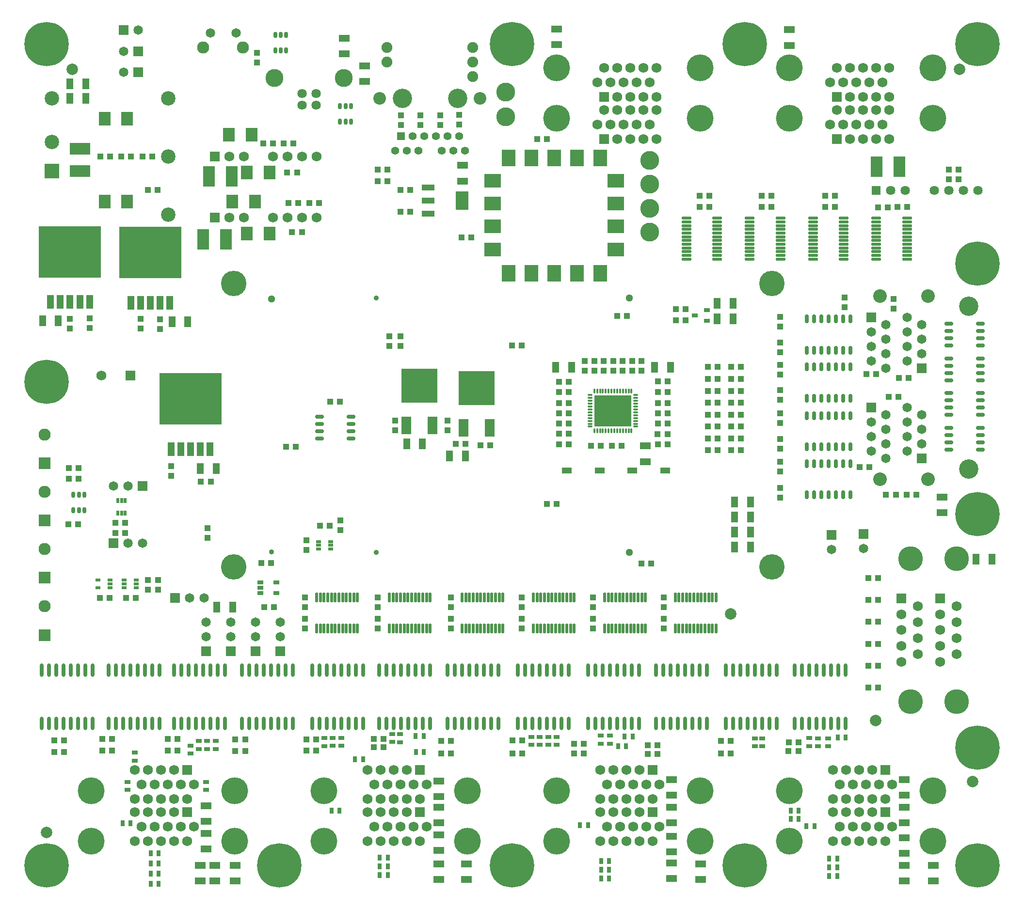
<source format=gbs>
G04*
G04 #@! TF.GenerationSoftware,Altium Limited,Altium Designer,21.1.1 (26)*
G04*
G04 Layer_Color=16711935*
%FSLAX25Y25*%
%MOIN*%
G70*
G04*
G04 #@! TF.SameCoordinates,6EF8526F-0482-4719-AD29-3D8887788FD4*
G04*
G04*
G04 #@! TF.FilePolarity,Negative*
G04*
G01*
G75*
%ADD46R,0.04240X0.04240*%
%ADD47R,0.04240X0.04240*%
%ADD48O,0.06799X0.02075*%
%ADD53O,0.02075X0.06799*%
%ADD56R,0.03543X0.01968*%
%ADD59R,0.07193X0.05028*%
%ADD60O,0.02862X0.06209*%
%ADD61R,0.04437X0.02862*%
%ADD64C,0.07874*%
%ADD66R,0.08000X0.14000*%
%ADD67C,0.03500*%
%ADD68C,0.30500*%
%ADD69R,0.06500X0.06500*%
%ADD70C,0.06500*%
%ADD71C,0.13295*%
%ADD72C,0.09358*%
%ADD73R,0.06500X0.06500*%
%ADD74C,0.12311*%
%ADD75C,0.06406*%
%ADD76C,0.06900*%
%ADD77R,0.06900X0.06900*%
%ADD78C,0.18500*%
%ADD79R,0.06406X0.06406*%
%ADD80C,0.07500*%
%ADD81R,0.05500X0.05500*%
%ADD82C,0.05500*%
%ADD83C,0.08700*%
%ADD84R,0.09949X0.09949*%
%ADD85C,0.09949*%
%ADD86C,0.06799*%
%ADD87R,0.06799X0.06799*%
%ADD88C,0.08374*%
%ADD89C,0.17500*%
%ADD90C,0.05098*%
%ADD91R,0.06799X0.06799*%
%ADD92C,0.17035*%
%ADD93R,0.08374X0.08374*%
%ADD154O,0.02862X0.04437*%
%ADD155R,0.08965X0.04043*%
%ADD156R,0.08965X0.13098*%
%ADD157R,0.06799X0.04437*%
%ADD158R,0.03847X0.02862*%
%ADD159R,0.05028X0.07193*%
%ADD160O,0.02862X0.09161*%
%ADD161O,0.01378X0.03543*%
%ADD162O,0.03543X0.01378*%
%ADD163R,0.25591X0.21260*%
%ADD164R,0.01968X0.03543*%
%ADD165C,0.13000*%
%ADD166R,0.02862X0.03847*%
%ADD167R,0.03847X0.02862*%
%ADD168R,0.11524X0.09555*%
%ADD169R,0.09555X0.11524*%
%ADD170R,0.08000X0.09500*%
%ADD171R,0.06799X0.12311*%
%ADD172R,0.24910X0.23335*%
%ADD173R,0.14000X0.08000*%
%ADD174O,0.06209X0.02862*%
%ADD175R,0.42500X0.35500*%
%ADD176R,0.04700X0.09500*%
D46*
X187153Y582000D02*
D03*
X193846D02*
D03*
X160846Y301500D02*
D03*
X154154D02*
D03*
X178847D02*
D03*
X172153D02*
D03*
X351847Y596000D02*
D03*
X345153D02*
D03*
X556847Y492500D02*
D03*
X550153D02*
D03*
X556847Y500000D02*
D03*
X550153D02*
D03*
X710235Y452761D02*
D03*
X703543D02*
D03*
X681153Y455332D02*
D03*
X687847D02*
D03*
X696427Y439745D02*
D03*
X703120D02*
D03*
X683162Y391220D02*
D03*
X676469D02*
D03*
X701343Y372363D02*
D03*
X694651D02*
D03*
X708653D02*
D03*
X715346D02*
D03*
X537648Y414096D02*
D03*
X544341D02*
D03*
X537653Y421500D02*
D03*
X544347D02*
D03*
Y443000D02*
D03*
X537653D02*
D03*
Y450500D02*
D03*
X544347D02*
D03*
X537653Y428500D02*
D03*
X544347D02*
D03*
X537653Y407000D02*
D03*
X544347D02*
D03*
X537653Y435500D02*
D03*
X544347D02*
D03*
X594879Y402976D02*
D03*
X588187D02*
D03*
X594879Y411151D02*
D03*
X588187D02*
D03*
X594879Y419325D02*
D03*
X588187D02*
D03*
X594879Y427500D02*
D03*
X588187D02*
D03*
X594879Y435675D02*
D03*
X588187D02*
D03*
X594879Y443850D02*
D03*
X588187D02*
D03*
X594879Y452024D02*
D03*
X588187D02*
D03*
X594879Y460199D02*
D03*
X588187D02*
D03*
X572121Y402976D02*
D03*
X578814D02*
D03*
X572121Y411151D02*
D03*
X578814D02*
D03*
X572121Y419325D02*
D03*
X578814D02*
D03*
X572121Y427500D02*
D03*
X578814D02*
D03*
X572121Y435675D02*
D03*
X578814D02*
D03*
X572121Y443850D02*
D03*
X578814D02*
D03*
X572121Y452024D02*
D03*
X578814D02*
D03*
X572121Y460199D02*
D03*
X578814D02*
D03*
X498401Y405900D02*
D03*
X491709D02*
D03*
X506153Y406000D02*
D03*
X512847D02*
D03*
X469661Y406900D02*
D03*
X476354D02*
D03*
X469654Y414500D02*
D03*
X476346D02*
D03*
X469654Y421500D02*
D03*
X476346D02*
D03*
X469654Y428500D02*
D03*
X476346D02*
D03*
X469654Y435500D02*
D03*
X476346D02*
D03*
X469661Y442880D02*
D03*
X476354D02*
D03*
X469661Y450076D02*
D03*
X476354D02*
D03*
X164654Y353000D02*
D03*
X171346D02*
D03*
Y346000D02*
D03*
X164654D02*
D03*
X682461Y284928D02*
D03*
X689153D02*
D03*
X682461Y269857D02*
D03*
X689153D02*
D03*
X609154Y578000D02*
D03*
X615846D02*
D03*
X566468Y570500D02*
D03*
X573161D02*
D03*
X615846D02*
D03*
X609154D02*
D03*
X709048Y570205D02*
D03*
X702355D02*
D03*
X689032Y570076D02*
D03*
X695725D02*
D03*
X652853Y578000D02*
D03*
X659547D02*
D03*
X573161D02*
D03*
X566468D02*
D03*
X659547Y570500D02*
D03*
X652853D02*
D03*
X345153Y588000D02*
D03*
X351847D02*
D03*
X461346Y617000D02*
D03*
X454654D02*
D03*
X402654Y549500D02*
D03*
X409346D02*
D03*
X744347Y596000D02*
D03*
X737653D02*
D03*
X744347Y589500D02*
D03*
X737653D02*
D03*
X634329Y195870D02*
D03*
X627636D02*
D03*
X304837Y572890D02*
D03*
X298144D02*
D03*
X415654Y406390D02*
D03*
X422346D02*
D03*
X398654Y407500D02*
D03*
X405346D02*
D03*
X183441Y605100D02*
D03*
X190134D02*
D03*
X168826D02*
D03*
X175519D02*
D03*
X154326D02*
D03*
X161019D02*
D03*
X280474Y614000D02*
D03*
X287167D02*
D03*
X266504D02*
D03*
X273197D02*
D03*
X283757Y572890D02*
D03*
X290450D02*
D03*
X689153Y239713D02*
D03*
X682461D02*
D03*
X689153Y254785D02*
D03*
X682461D02*
D03*
X689153Y300000D02*
D03*
X682461D02*
D03*
X689153Y315072D02*
D03*
X682461D02*
D03*
X132653Y383500D02*
D03*
X139347D02*
D03*
X132567Y352000D02*
D03*
X139260D02*
D03*
X312619Y436500D02*
D03*
X319312D02*
D03*
X444097Y474988D02*
D03*
X437403D02*
D03*
X526620Y325000D02*
D03*
X533313D02*
D03*
X509654Y495500D02*
D03*
X516347D02*
D03*
X468298Y366000D02*
D03*
X461605D02*
D03*
X282154Y405500D02*
D03*
X288846D02*
D03*
X155654Y196500D02*
D03*
X162346D02*
D03*
X247294Y196000D02*
D03*
X253987D02*
D03*
X342472Y198786D02*
D03*
X349165D02*
D03*
X437653Y194500D02*
D03*
X444347D02*
D03*
X530873Y194000D02*
D03*
X537566D02*
D03*
X155654Y204500D02*
D03*
X162346D02*
D03*
X247294Y204000D02*
D03*
X253987D02*
D03*
X342472Y204500D02*
D03*
X349165D02*
D03*
X437653Y203500D02*
D03*
X444347D02*
D03*
X530873Y200130D02*
D03*
X537566D02*
D03*
X627654Y202000D02*
D03*
X634346D02*
D03*
X129347Y195500D02*
D03*
X122653D02*
D03*
X200654Y196500D02*
D03*
X207347D02*
D03*
X295999D02*
D03*
X302692D02*
D03*
X388913Y194500D02*
D03*
X395605D02*
D03*
X480224Y194502D02*
D03*
X486916D02*
D03*
X581153Y194500D02*
D03*
X587847D02*
D03*
X129347Y203500D02*
D03*
X122653D02*
D03*
X200654Y204500D02*
D03*
X207347D02*
D03*
X295999Y204000D02*
D03*
X302692D02*
D03*
X388913Y203000D02*
D03*
X395605D02*
D03*
X480224Y201173D02*
D03*
X486916D02*
D03*
X581153Y203000D02*
D03*
X587847D02*
D03*
X360653Y567161D02*
D03*
X367347D02*
D03*
X360653Y582161D02*
D03*
X367347D02*
D03*
X267122Y294937D02*
D03*
X273815D02*
D03*
X271847Y325500D02*
D03*
X265154D02*
D03*
X230335Y381500D02*
D03*
X223642D02*
D03*
X282970Y594000D02*
D03*
X289663D02*
D03*
X305336Y351111D02*
D03*
X312029D02*
D03*
X286316Y553000D02*
D03*
X293009D02*
D03*
X132653Y390750D02*
D03*
X139347D02*
D03*
D47*
X353000Y481347D02*
D03*
Y474653D02*
D03*
X262000Y669654D02*
D03*
Y676346D02*
D03*
X194000Y313846D02*
D03*
Y307154D02*
D03*
X187000Y313846D02*
D03*
Y307154D02*
D03*
X621665Y454950D02*
D03*
Y461643D02*
D03*
Y437742D02*
D03*
Y444434D02*
D03*
X699773Y500437D02*
D03*
Y507130D02*
D03*
X666181Y507917D02*
D03*
Y501224D02*
D03*
X621665Y377186D02*
D03*
Y370493D02*
D03*
Y394894D02*
D03*
Y388201D02*
D03*
Y410602D02*
D03*
Y403909D02*
D03*
Y428310D02*
D03*
Y421617D02*
D03*
Y477018D02*
D03*
Y470325D02*
D03*
Y494726D02*
D03*
Y488033D02*
D03*
X487500Y464347D02*
D03*
Y457654D02*
D03*
X494000Y464347D02*
D03*
Y457654D02*
D03*
X500500Y464347D02*
D03*
Y457654D02*
D03*
X507000Y464347D02*
D03*
Y457654D02*
D03*
X513500Y464347D02*
D03*
Y457654D02*
D03*
X520000Y464347D02*
D03*
Y457654D02*
D03*
X526500Y464347D02*
D03*
Y457654D02*
D03*
X228000Y342653D02*
D03*
Y349346D02*
D03*
X319500Y348153D02*
D03*
Y354847D02*
D03*
X393000Y423319D02*
D03*
Y416627D02*
D03*
X357000D02*
D03*
Y423319D02*
D03*
X295231Y301630D02*
D03*
Y294937D02*
D03*
X345231Y301630D02*
D03*
Y294937D02*
D03*
X395490Y301630D02*
D03*
Y294937D02*
D03*
X444231Y301630D02*
D03*
Y294937D02*
D03*
X493231Y301630D02*
D03*
Y294937D02*
D03*
X541797Y301630D02*
D03*
Y294937D02*
D03*
X295231Y287063D02*
D03*
Y280370D02*
D03*
X345231Y287063D02*
D03*
Y280370D02*
D03*
X395490Y287063D02*
D03*
Y280370D02*
D03*
X444231Y287063D02*
D03*
Y280370D02*
D03*
X493231Y287063D02*
D03*
Y280370D02*
D03*
X541797Y287063D02*
D03*
Y280370D02*
D03*
X133639Y486728D02*
D03*
Y493421D02*
D03*
X147039Y487153D02*
D03*
Y493847D02*
D03*
X195584Y486228D02*
D03*
Y492921D02*
D03*
X182184Y486654D02*
D03*
Y493347D02*
D03*
X203030Y385387D02*
D03*
Y392080D02*
D03*
X296252Y334195D02*
D03*
Y340888D02*
D03*
X374500Y626653D02*
D03*
Y633347D02*
D03*
X361000Y626653D02*
D03*
Y633347D02*
D03*
X388000Y626653D02*
D03*
Y633347D02*
D03*
X400992Y627153D02*
D03*
Y633847D02*
D03*
X360653Y481347D02*
D03*
Y474653D02*
D03*
D48*
X578630Y562575D02*
D03*
Y560016D02*
D03*
Y557457D02*
D03*
Y554898D02*
D03*
Y552339D02*
D03*
Y549780D02*
D03*
Y547221D02*
D03*
Y544661D02*
D03*
Y542102D02*
D03*
Y539543D02*
D03*
Y536984D02*
D03*
Y534425D02*
D03*
X557370Y562575D02*
D03*
Y560016D02*
D03*
Y557457D02*
D03*
Y554898D02*
D03*
Y552339D02*
D03*
Y549780D02*
D03*
Y547221D02*
D03*
Y544661D02*
D03*
Y542102D02*
D03*
Y539543D02*
D03*
Y536984D02*
D03*
Y534425D02*
D03*
X709130Y562575D02*
D03*
Y560016D02*
D03*
Y557457D02*
D03*
Y554898D02*
D03*
Y552339D02*
D03*
Y549780D02*
D03*
Y547221D02*
D03*
Y544661D02*
D03*
Y542102D02*
D03*
Y539543D02*
D03*
Y536984D02*
D03*
Y534425D02*
D03*
X687870Y562575D02*
D03*
Y560016D02*
D03*
Y557457D02*
D03*
Y554898D02*
D03*
Y552339D02*
D03*
Y549780D02*
D03*
Y547221D02*
D03*
Y544661D02*
D03*
Y542102D02*
D03*
Y539543D02*
D03*
Y536984D02*
D03*
Y534425D02*
D03*
X622130Y562575D02*
D03*
Y560016D02*
D03*
Y557457D02*
D03*
Y554898D02*
D03*
Y552339D02*
D03*
Y549780D02*
D03*
Y547221D02*
D03*
Y544661D02*
D03*
Y542102D02*
D03*
Y539543D02*
D03*
Y536984D02*
D03*
Y534425D02*
D03*
X600870Y562575D02*
D03*
Y560016D02*
D03*
Y557457D02*
D03*
Y554898D02*
D03*
Y552339D02*
D03*
Y549780D02*
D03*
Y547221D02*
D03*
Y544661D02*
D03*
Y542102D02*
D03*
Y539543D02*
D03*
Y536984D02*
D03*
Y534425D02*
D03*
X665630Y562575D02*
D03*
Y560016D02*
D03*
Y557457D02*
D03*
Y554898D02*
D03*
Y552339D02*
D03*
Y549780D02*
D03*
Y547221D02*
D03*
Y544661D02*
D03*
Y542102D02*
D03*
Y539543D02*
D03*
Y536984D02*
D03*
Y534425D02*
D03*
X644370Y562575D02*
D03*
Y560016D02*
D03*
Y557457D02*
D03*
Y554898D02*
D03*
Y552339D02*
D03*
Y549780D02*
D03*
Y547221D02*
D03*
Y544661D02*
D03*
Y542102D02*
D03*
Y539543D02*
D03*
Y536984D02*
D03*
Y534425D02*
D03*
D53*
X331306Y280370D02*
D03*
X328747D02*
D03*
X326187D02*
D03*
X323628D02*
D03*
X321069D02*
D03*
X318510D02*
D03*
X315951D02*
D03*
X313392D02*
D03*
X310833D02*
D03*
X308274D02*
D03*
X305715D02*
D03*
X303156D02*
D03*
X331306Y301630D02*
D03*
X328747D02*
D03*
X326187D02*
D03*
X323628D02*
D03*
X321069D02*
D03*
X318510D02*
D03*
X315951D02*
D03*
X313392D02*
D03*
X310833D02*
D03*
X308274D02*
D03*
X305715D02*
D03*
X303156D02*
D03*
X381306Y280370D02*
D03*
X378747D02*
D03*
X376187D02*
D03*
X373628D02*
D03*
X371069D02*
D03*
X368510D02*
D03*
X365951D02*
D03*
X363392D02*
D03*
X360833D02*
D03*
X358274D02*
D03*
X355715D02*
D03*
X353156D02*
D03*
X381306Y301630D02*
D03*
X378747D02*
D03*
X376187D02*
D03*
X373628D02*
D03*
X371069D02*
D03*
X368510D02*
D03*
X365951D02*
D03*
X363392D02*
D03*
X360833D02*
D03*
X358274D02*
D03*
X355715D02*
D03*
X353156D02*
D03*
X431306Y280370D02*
D03*
X428747D02*
D03*
X426187D02*
D03*
X423628D02*
D03*
X421069D02*
D03*
X418510D02*
D03*
X415951D02*
D03*
X413392D02*
D03*
X410833D02*
D03*
X408274D02*
D03*
X405715D02*
D03*
X403156D02*
D03*
X431306Y301630D02*
D03*
X428747D02*
D03*
X426187D02*
D03*
X423628D02*
D03*
X421069D02*
D03*
X418510D02*
D03*
X415951D02*
D03*
X413392D02*
D03*
X410833D02*
D03*
X408274D02*
D03*
X405715D02*
D03*
X403156D02*
D03*
X480305Y280370D02*
D03*
X477746D02*
D03*
X475187D02*
D03*
X472628D02*
D03*
X470069D02*
D03*
X467510D02*
D03*
X464951D02*
D03*
X462392D02*
D03*
X459833D02*
D03*
X457274D02*
D03*
X454715D02*
D03*
X452156D02*
D03*
X480305Y301630D02*
D03*
X477746D02*
D03*
X475187D02*
D03*
X472628D02*
D03*
X470069D02*
D03*
X467510D02*
D03*
X464951D02*
D03*
X462392D02*
D03*
X459833D02*
D03*
X457274D02*
D03*
X454715D02*
D03*
X452156D02*
D03*
X529306Y280370D02*
D03*
X526747D02*
D03*
X524187D02*
D03*
X521628D02*
D03*
X519069D02*
D03*
X516510D02*
D03*
X513951D02*
D03*
X511392D02*
D03*
X508833D02*
D03*
X506274D02*
D03*
X503715D02*
D03*
X501156D02*
D03*
X529306Y301630D02*
D03*
X526747D02*
D03*
X524187D02*
D03*
X521628D02*
D03*
X519069D02*
D03*
X516510D02*
D03*
X513951D02*
D03*
X511392D02*
D03*
X508833D02*
D03*
X506274D02*
D03*
X503715D02*
D03*
X501156D02*
D03*
X577872Y280370D02*
D03*
X575313D02*
D03*
X572754D02*
D03*
X570194D02*
D03*
X567635D02*
D03*
X565076D02*
D03*
X562517D02*
D03*
X559958D02*
D03*
X557399D02*
D03*
X554840D02*
D03*
X552281D02*
D03*
X549722D02*
D03*
X577872Y301630D02*
D03*
X575313D02*
D03*
X572754D02*
D03*
X570194D02*
D03*
X567635D02*
D03*
X565076D02*
D03*
X562517D02*
D03*
X559958D02*
D03*
X557399D02*
D03*
X554840D02*
D03*
X552281D02*
D03*
X549722D02*
D03*
D56*
X152768Y313559D02*
D03*
Y308441D02*
D03*
X161232D02*
D03*
Y311000D02*
D03*
Y313559D02*
D03*
X170768D02*
D03*
Y311000D02*
D03*
Y308441D02*
D03*
X179232D02*
D03*
Y311000D02*
D03*
Y313559D02*
D03*
X312816Y340100D02*
D03*
Y337541D02*
D03*
Y334982D02*
D03*
X304352D02*
D03*
Y337541D02*
D03*
Y340100D02*
D03*
D59*
X336000Y667413D02*
D03*
Y656587D02*
D03*
X322000Y686413D02*
D03*
Y675587D02*
D03*
X628300Y692319D02*
D03*
Y681492D02*
D03*
X468300Y692758D02*
D03*
Y681931D02*
D03*
X733000Y359913D02*
D03*
Y370740D02*
D03*
X223000Y117413D02*
D03*
Y106587D02*
D03*
X233000Y106587D02*
D03*
Y117413D02*
D03*
X227000Y147587D02*
D03*
Y158413D02*
D03*
X387000Y118413D02*
D03*
Y107587D02*
D03*
Y138413D02*
D03*
Y127587D02*
D03*
Y164587D02*
D03*
Y175413D02*
D03*
Y146587D02*
D03*
Y157413D02*
D03*
X547000Y146587D02*
D03*
Y157413D02*
D03*
Y137413D02*
D03*
Y126587D02*
D03*
Y119173D02*
D03*
Y108346D02*
D03*
Y165587D02*
D03*
Y176413D02*
D03*
X707000Y146587D02*
D03*
Y157413D02*
D03*
Y165587D02*
D03*
Y176413D02*
D03*
Y136413D02*
D03*
Y125587D02*
D03*
Y117413D02*
D03*
Y106587D02*
D03*
X227000Y128587D02*
D03*
Y139413D02*
D03*
X727000Y106587D02*
D03*
Y117413D02*
D03*
X567000Y107587D02*
D03*
Y118413D02*
D03*
X406000Y107587D02*
D03*
Y118413D02*
D03*
X247000Y106587D02*
D03*
Y117413D02*
D03*
X529306Y395087D02*
D03*
Y405913D02*
D03*
X403500Y598913D02*
D03*
Y588087D02*
D03*
D60*
X640000Y493228D02*
D03*
X645000D02*
D03*
X650000D02*
D03*
X655000D02*
D03*
X660000D02*
D03*
X665000D02*
D03*
X670000D02*
D03*
X640000Y471772D02*
D03*
X645000D02*
D03*
X650000D02*
D03*
X655000D02*
D03*
X660000D02*
D03*
X665000D02*
D03*
X670000D02*
D03*
X640000Y460228D02*
D03*
X645000D02*
D03*
X650000D02*
D03*
X655000D02*
D03*
X660000D02*
D03*
X665000D02*
D03*
X670000D02*
D03*
X640000Y438772D02*
D03*
X645000D02*
D03*
X650000D02*
D03*
X655000D02*
D03*
X660000D02*
D03*
X665000D02*
D03*
X670000D02*
D03*
X640000Y393728D02*
D03*
X645000D02*
D03*
X650000D02*
D03*
X655000D02*
D03*
X660000D02*
D03*
X665000D02*
D03*
X670000D02*
D03*
X640000Y372272D02*
D03*
X645000D02*
D03*
X650000D02*
D03*
X655000D02*
D03*
X660000D02*
D03*
X665000D02*
D03*
X670000D02*
D03*
X640000Y426728D02*
D03*
X645000D02*
D03*
X650000D02*
D03*
X655000D02*
D03*
X660000D02*
D03*
X665000D02*
D03*
X670000D02*
D03*
X640000Y405272D02*
D03*
X645000D02*
D03*
X650000D02*
D03*
X655000D02*
D03*
X660000D02*
D03*
X665000D02*
D03*
X670000D02*
D03*
D61*
X264587Y304543D02*
D03*
Y308283D02*
D03*
Y312024D02*
D03*
X275413D02*
D03*
Y304543D02*
D03*
D64*
X135000Y665000D02*
D03*
X117500Y140000D02*
D03*
X745000Y665000D02*
D03*
X587847Y290393D02*
D03*
X687500Y217000D02*
D03*
X754000Y175000D02*
D03*
D66*
X688252Y598000D02*
D03*
X703748D02*
D03*
X229252Y591500D02*
D03*
X244748D02*
D03*
X225252Y548000D02*
D03*
X240748D02*
D03*
D67*
X757500Y209750D02*
D03*
X768750Y198500D02*
D03*
X757500Y187250D02*
D03*
X746250Y198500D02*
D03*
X747657Y204405D02*
D03*
X751594Y208343D02*
D03*
Y188657D02*
D03*
X767343Y192595D02*
D03*
X763406Y208343D02*
D03*
X747657Y192595D02*
D03*
X763406Y188657D02*
D03*
X767343Y204405D02*
D03*
X757500Y542750D02*
D03*
X768750Y531500D02*
D03*
X757500Y520250D02*
D03*
X746250Y531500D02*
D03*
X747657Y537405D02*
D03*
X751594Y541342D02*
D03*
Y521658D02*
D03*
X767343Y525595D02*
D03*
X763406Y541342D02*
D03*
X747657Y525595D02*
D03*
X763406Y521658D02*
D03*
X767343Y537405D02*
D03*
X757500Y370250D02*
D03*
X768750Y359000D02*
D03*
X757500Y347750D02*
D03*
X746250Y359000D02*
D03*
X747657Y364906D02*
D03*
X751594Y368843D02*
D03*
Y349158D02*
D03*
X767343Y353095D02*
D03*
X763406Y368843D02*
D03*
X747657Y353095D02*
D03*
X763406Y349158D02*
D03*
X767343Y364906D02*
D03*
X437500Y693750D02*
D03*
X448750Y682500D02*
D03*
X437500Y671250D02*
D03*
X426250Y682500D02*
D03*
X427658Y688406D02*
D03*
X431595Y692343D02*
D03*
Y672657D02*
D03*
X447342Y676594D02*
D03*
X443405Y692343D02*
D03*
X427658Y676594D02*
D03*
X443405Y672657D02*
D03*
X447342Y688406D02*
D03*
X117500Y693750D02*
D03*
X128750Y682500D02*
D03*
X117500Y671250D02*
D03*
X106250Y682500D02*
D03*
X107658Y688406D02*
D03*
X111594Y692343D02*
D03*
Y672657D02*
D03*
X127342Y676594D02*
D03*
X123406Y692343D02*
D03*
X107658Y676594D02*
D03*
X123406Y672657D02*
D03*
X127342Y688406D02*
D03*
X757500Y693750D02*
D03*
X768750Y682500D02*
D03*
X757500Y671250D02*
D03*
X746250Y682500D02*
D03*
X747657Y688406D02*
D03*
X751594Y692343D02*
D03*
Y672657D02*
D03*
X767343Y676594D02*
D03*
X763406Y692343D02*
D03*
X747657Y676594D02*
D03*
X763406Y672657D02*
D03*
X767343Y688406D02*
D03*
X597500Y693750D02*
D03*
X608750Y682500D02*
D03*
X597500Y671250D02*
D03*
X586250Y682500D02*
D03*
X587657Y688406D02*
D03*
X591595Y692343D02*
D03*
Y672657D02*
D03*
X607342Y676594D02*
D03*
X603406Y692343D02*
D03*
X587657Y676594D02*
D03*
X603406Y672657D02*
D03*
X607342Y688406D02*
D03*
X117500Y461250D02*
D03*
X128750Y450000D02*
D03*
X117500Y438750D02*
D03*
X106250Y450000D02*
D03*
X107658Y455905D02*
D03*
X111594Y459842D02*
D03*
Y440158D02*
D03*
X127342Y444095D02*
D03*
X123406Y459842D02*
D03*
X107658Y444095D02*
D03*
X123406Y440158D02*
D03*
X127342Y455905D02*
D03*
X757500Y128750D02*
D03*
X768750Y117500D02*
D03*
X757500Y106250D02*
D03*
X746250Y117500D02*
D03*
X747657Y123406D02*
D03*
X751594Y127342D02*
D03*
Y107658D02*
D03*
X767343Y111594D02*
D03*
X763406Y127342D02*
D03*
X747657Y111594D02*
D03*
X763406Y107658D02*
D03*
X767343Y123406D02*
D03*
X597500Y128750D02*
D03*
X608750Y117500D02*
D03*
X597500Y106250D02*
D03*
X586250Y117500D02*
D03*
X587657Y123406D02*
D03*
X591595Y127342D02*
D03*
Y107658D02*
D03*
X607342Y111594D02*
D03*
X603406Y127342D02*
D03*
X587657Y111594D02*
D03*
X603406Y107658D02*
D03*
X607342Y123406D02*
D03*
X437500Y128750D02*
D03*
X448750Y117500D02*
D03*
X437500Y106250D02*
D03*
X426250Y117500D02*
D03*
X427658Y123406D02*
D03*
X431595Y127342D02*
D03*
Y107658D02*
D03*
X447342Y111594D02*
D03*
X443405Y127342D02*
D03*
X427658Y111594D02*
D03*
X443405Y107658D02*
D03*
X447342Y123406D02*
D03*
X277500Y128750D02*
D03*
X288750Y117500D02*
D03*
X277500Y106250D02*
D03*
X266250Y117500D02*
D03*
X267657Y123406D02*
D03*
X271595Y127342D02*
D03*
Y107658D02*
D03*
X287343Y111594D02*
D03*
X283405Y127342D02*
D03*
X267657Y111594D02*
D03*
X283405Y107658D02*
D03*
X287343Y123406D02*
D03*
X117500Y128750D02*
D03*
X128750Y117500D02*
D03*
X117500Y106250D02*
D03*
X106250Y117500D02*
D03*
X107658Y123406D02*
D03*
X111594Y127342D02*
D03*
Y107658D02*
D03*
X127342Y111594D02*
D03*
X123406Y127342D02*
D03*
X107658Y111594D02*
D03*
X123406Y107658D02*
D03*
X127342Y123406D02*
D03*
X344173Y332661D02*
D03*
Y507661D02*
D03*
X272173Y333111D02*
D03*
D68*
X757500Y198500D02*
D03*
Y531500D02*
D03*
Y359000D02*
D03*
X437500Y682500D02*
D03*
X117500D02*
D03*
X757500D02*
D03*
X597500D02*
D03*
X117500Y450000D02*
D03*
X757500Y117500D02*
D03*
X597500D02*
D03*
X437500D02*
D03*
X277500D02*
D03*
X117500D02*
D03*
D69*
X180344Y677500D02*
D03*
X170344Y691988D02*
D03*
X163500Y338879D02*
D03*
X183500Y378500D02*
D03*
X180500Y663000D02*
D03*
X205811Y301421D02*
D03*
D70*
X170344Y677500D02*
D03*
X180344Y691988D02*
D03*
X684500Y484500D02*
D03*
Y474500D02*
D03*
Y464500D02*
D03*
X694500Y459500D02*
D03*
Y469500D02*
D03*
Y479500D02*
D03*
Y489500D02*
D03*
X719000D02*
D03*
Y479500D02*
D03*
Y469500D02*
D03*
X709000Y494500D02*
D03*
Y464500D02*
D03*
Y474500D02*
D03*
Y484500D02*
D03*
X684500Y422500D02*
D03*
Y412500D02*
D03*
Y402500D02*
D03*
X694500Y397500D02*
D03*
Y407500D02*
D03*
Y417500D02*
D03*
Y427500D02*
D03*
X719000D02*
D03*
Y417500D02*
D03*
Y407500D02*
D03*
X709000Y402500D02*
D03*
Y412500D02*
D03*
Y432500D02*
D03*
Y422500D02*
D03*
X173500Y338879D02*
D03*
X183500D02*
D03*
X173500Y378500D02*
D03*
X163500D02*
D03*
X247706Y689879D02*
D03*
X229989D02*
D03*
X170500Y663000D02*
D03*
X278000Y284531D02*
D03*
Y274531D02*
D03*
X260996Y284531D02*
D03*
Y274531D02*
D03*
X243992Y284531D02*
D03*
Y274531D02*
D03*
X226989Y284531D02*
D03*
Y274531D02*
D03*
X679176Y335263D02*
D03*
X656998Y334763D02*
D03*
X225811Y301421D02*
D03*
X215811D02*
D03*
D71*
X751500Y502000D02*
D03*
Y390000D02*
D03*
X400000Y645000D02*
D03*
X362000D02*
D03*
D72*
X690500Y383000D02*
D03*
X723500D02*
D03*
Y509000D02*
D03*
X690500D02*
D03*
D73*
X684500Y494500D02*
D03*
X719000Y459500D02*
D03*
X684500Y432500D02*
D03*
X719000Y397500D02*
D03*
X278000Y264531D02*
D03*
X260996D02*
D03*
X243992D02*
D03*
X226989D02*
D03*
X679176Y345263D02*
D03*
X656998Y344763D02*
D03*
D74*
X321659Y658879D02*
D03*
X274257D02*
D03*
D75*
X293037Y648209D02*
D03*
X302879D02*
D03*
Y640335D02*
D03*
X293037D02*
D03*
X707929Y581626D02*
D03*
X697929D02*
D03*
X727929D02*
D03*
X737929D02*
D03*
X747929D02*
D03*
X757929D02*
D03*
D76*
X662800Y173000D02*
D03*
X680800D02*
D03*
X671800D02*
D03*
X689800D02*
D03*
X698800D02*
D03*
X667300Y183000D02*
D03*
X676300D02*
D03*
X685300D02*
D03*
X658300D02*
D03*
Y163000D02*
D03*
X685300D02*
D03*
X694300D02*
D03*
X676300D02*
D03*
X667300D02*
D03*
Y134000D02*
D03*
X676300D02*
D03*
X694300D02*
D03*
X685300D02*
D03*
X658300D02*
D03*
Y154000D02*
D03*
X685300D02*
D03*
X676300D02*
D03*
X667300D02*
D03*
X698800Y144000D02*
D03*
X689800D02*
D03*
X671800D02*
D03*
X680800D02*
D03*
X662800D02*
D03*
X532200Y627000D02*
D03*
X514200D02*
D03*
X523200D02*
D03*
X505200D02*
D03*
X496200D02*
D03*
X527700Y617000D02*
D03*
X518700D02*
D03*
X509700D02*
D03*
X536700D02*
D03*
Y637000D02*
D03*
X509700D02*
D03*
X500700D02*
D03*
X518700D02*
D03*
X527700D02*
D03*
Y666000D02*
D03*
X518700D02*
D03*
X500700D02*
D03*
X509700D02*
D03*
X536700D02*
D03*
Y646000D02*
D03*
X509700D02*
D03*
X518700D02*
D03*
X527700D02*
D03*
X496200Y656000D02*
D03*
X505200D02*
D03*
X523200D02*
D03*
X514200D02*
D03*
X532200D02*
D03*
X692200D02*
D03*
X674200D02*
D03*
X683200D02*
D03*
X665200D02*
D03*
X656200D02*
D03*
X687700Y646000D02*
D03*
X678700D02*
D03*
X669700D02*
D03*
X696700D02*
D03*
Y666000D02*
D03*
X669700D02*
D03*
X660700D02*
D03*
X678700D02*
D03*
X687700D02*
D03*
Y637000D02*
D03*
X678700D02*
D03*
X660700D02*
D03*
X669700D02*
D03*
X696700D02*
D03*
Y617000D02*
D03*
X669700D02*
D03*
X678700D02*
D03*
X687700D02*
D03*
X656200Y627000D02*
D03*
X665200D02*
D03*
X683200D02*
D03*
X674200D02*
D03*
X692200D02*
D03*
X502800Y144000D02*
D03*
X520800D02*
D03*
X511800D02*
D03*
X529800D02*
D03*
X538800D02*
D03*
X507300Y154000D02*
D03*
X516300D02*
D03*
X525300D02*
D03*
X498300D02*
D03*
Y134000D02*
D03*
X525300D02*
D03*
X534300D02*
D03*
X516300D02*
D03*
X507300D02*
D03*
Y163000D02*
D03*
X516300D02*
D03*
X534300D02*
D03*
X525300D02*
D03*
X498300D02*
D03*
Y183000D02*
D03*
X525300D02*
D03*
X516300D02*
D03*
X507300D02*
D03*
X538800Y173000D02*
D03*
X529800D02*
D03*
X511800D02*
D03*
X520800D02*
D03*
X502800D02*
D03*
X342800Y144000D02*
D03*
X360800D02*
D03*
X351800D02*
D03*
X369800D02*
D03*
X378800D02*
D03*
X347300Y154000D02*
D03*
X356300D02*
D03*
X365300D02*
D03*
X338300D02*
D03*
Y134000D02*
D03*
X365300D02*
D03*
X374300D02*
D03*
X356300D02*
D03*
X347300D02*
D03*
Y163000D02*
D03*
X356300D02*
D03*
X374300D02*
D03*
X365300D02*
D03*
X338300D02*
D03*
Y183000D02*
D03*
X365300D02*
D03*
X356300D02*
D03*
X347300D02*
D03*
X378800Y173000D02*
D03*
X369800D02*
D03*
X351800D02*
D03*
X360800D02*
D03*
X342800D02*
D03*
X182800Y144000D02*
D03*
X200800D02*
D03*
X191800D02*
D03*
X209800D02*
D03*
X218800D02*
D03*
X187300Y154000D02*
D03*
X196300D02*
D03*
X205300D02*
D03*
X178300D02*
D03*
Y134000D02*
D03*
X205300D02*
D03*
X214300D02*
D03*
X196300D02*
D03*
X187300D02*
D03*
Y163000D02*
D03*
X196300D02*
D03*
X214300D02*
D03*
X205300D02*
D03*
X178300D02*
D03*
Y183000D02*
D03*
X205300D02*
D03*
X196300D02*
D03*
X187300D02*
D03*
X218800Y173000D02*
D03*
X209800D02*
D03*
X191800D02*
D03*
X200800D02*
D03*
X182800D02*
D03*
D77*
X694300Y183000D02*
D03*
Y154000D02*
D03*
X500700Y617000D02*
D03*
Y646000D02*
D03*
X660700D02*
D03*
Y617000D02*
D03*
X534300Y154000D02*
D03*
Y183000D02*
D03*
X374300Y154000D02*
D03*
Y183000D02*
D03*
X214300Y154000D02*
D03*
Y183000D02*
D03*
D78*
X628300Y168646D02*
D03*
Y134000D02*
D03*
X726700D02*
D03*
Y168646D02*
D03*
X566700Y631354D02*
D03*
Y666000D02*
D03*
X468300D02*
D03*
Y631354D02*
D03*
X628300D02*
D03*
Y666000D02*
D03*
X726700D02*
D03*
Y631354D02*
D03*
X566700Y168646D02*
D03*
Y134000D02*
D03*
X468300D02*
D03*
Y168646D02*
D03*
X406700D02*
D03*
Y134000D02*
D03*
X308300D02*
D03*
Y168646D02*
D03*
X246700D02*
D03*
Y134000D02*
D03*
X148300D02*
D03*
Y168646D02*
D03*
D79*
X687929Y581626D02*
D03*
D80*
X410600Y660000D02*
D03*
Y670000D02*
D03*
Y680000D02*
D03*
X351400Y670000D02*
D03*
Y680000D02*
D03*
D81*
X361000Y619000D02*
D03*
D82*
X368992D02*
D03*
X376992D02*
D03*
X400992D02*
D03*
X392992D02*
D03*
X385000D02*
D03*
X365000Y609000D02*
D03*
X373000D02*
D03*
X357000D02*
D03*
X389000D02*
D03*
X397000D02*
D03*
X405000D02*
D03*
D83*
X346400Y645000D02*
D03*
X415600D02*
D03*
D84*
X121000Y595000D02*
D03*
D85*
Y615000D02*
D03*
Y645000D02*
D03*
X201000D02*
D03*
Y605000D02*
D03*
Y565000D02*
D03*
D86*
X303000Y605000D02*
D03*
X293000D02*
D03*
X283000D02*
D03*
X273000D02*
D03*
X253000D02*
D03*
X243000D02*
D03*
X303000Y562904D02*
D03*
X293000D02*
D03*
X283000D02*
D03*
X273000D02*
D03*
X253000D02*
D03*
X243000D02*
D03*
X716386Y284665D02*
D03*
Y295571D02*
D03*
Y273760D02*
D03*
Y262854D02*
D03*
X705205Y257402D02*
D03*
Y268307D02*
D03*
Y290118D02*
D03*
Y279213D02*
D03*
X731819D02*
D03*
Y290118D02*
D03*
Y268307D02*
D03*
Y257402D02*
D03*
X743000Y262854D02*
D03*
Y273760D02*
D03*
Y295571D02*
D03*
Y284665D02*
D03*
X155300Y454500D02*
D03*
D87*
X233000Y605000D02*
D03*
Y562904D02*
D03*
X175000Y454500D02*
D03*
D88*
X252647Y680076D02*
D03*
X225048D02*
D03*
X116000Y295543D02*
D03*
Y374342D02*
D03*
Y413742D02*
D03*
Y334943D02*
D03*
D89*
X616173Y322611D02*
D03*
X246173Y517611D02*
D03*
Y322611D02*
D03*
X616173Y517611D02*
D03*
D90*
X518173Y332661D02*
D03*
Y507661D02*
D03*
X272173Y507111D02*
D03*
D91*
X705205Y301024D02*
D03*
X731819D02*
D03*
D92*
X711504Y230000D02*
D03*
Y328425D02*
D03*
X743000D02*
D03*
Y230000D02*
D03*
D93*
X116000Y275857D02*
D03*
Y354658D02*
D03*
Y394057D02*
D03*
Y315258D02*
D03*
D154*
X282240Y678185D02*
D03*
X278500D02*
D03*
X274760D02*
D03*
X282240Y688815D02*
D03*
X278500D02*
D03*
X274760D02*
D03*
X326740Y629185D02*
D03*
X323000D02*
D03*
X319260D02*
D03*
X326740Y639815D02*
D03*
X323000D02*
D03*
X319260D02*
D03*
X143394Y361685D02*
D03*
X139654D02*
D03*
X135913D02*
D03*
X143394Y372315D02*
D03*
X139654D02*
D03*
X135913D02*
D03*
D155*
X379984Y565606D02*
D03*
Y574661D02*
D03*
Y583716D02*
D03*
D156*
X403016Y574661D02*
D03*
D157*
X475187Y388911D02*
D03*
X520187D02*
D03*
X497687D02*
D03*
X542687D02*
D03*
D158*
X563024Y495756D02*
D03*
X571488Y492016D02*
D03*
Y499496D02*
D03*
D159*
X756587Y328000D02*
D03*
X767413D02*
D03*
X535587Y460000D02*
D03*
X546413D02*
D03*
X601324Y336500D02*
D03*
X590497D02*
D03*
X601324Y346833D02*
D03*
X590497D02*
D03*
X601324Y357167D02*
D03*
X590497D02*
D03*
X601324Y367500D02*
D03*
X590497D02*
D03*
X578587Y504000D02*
D03*
X589413D02*
D03*
X578587Y493500D02*
D03*
X589413D02*
D03*
X467587Y460000D02*
D03*
X478413D02*
D03*
X405413Y399000D02*
D03*
X394587D02*
D03*
X365087Y407390D02*
D03*
X375913D02*
D03*
X144413Y645000D02*
D03*
X133587D02*
D03*
X144413Y655000D02*
D03*
X133587D02*
D03*
X114678Y492000D02*
D03*
X125505D02*
D03*
X214552Y491500D02*
D03*
X203725D02*
D03*
X245413Y294937D02*
D03*
X234587D02*
D03*
X234000Y390233D02*
D03*
X223173D02*
D03*
D160*
X251964Y251693D02*
D03*
X256964D02*
D03*
X261964D02*
D03*
X266964D02*
D03*
X271964D02*
D03*
X276964D02*
D03*
X281964D02*
D03*
X286964D02*
D03*
X251964Y215000D02*
D03*
X256964D02*
D03*
X261964D02*
D03*
X266964D02*
D03*
X271964D02*
D03*
X276964D02*
D03*
X281964D02*
D03*
X286964D02*
D03*
X195000D02*
D03*
X190000D02*
D03*
X185000D02*
D03*
X180000D02*
D03*
X175000D02*
D03*
X170000D02*
D03*
X165000D02*
D03*
X160000D02*
D03*
X195000Y251693D02*
D03*
X190000D02*
D03*
X185000D02*
D03*
X180000D02*
D03*
X175000D02*
D03*
X170000D02*
D03*
X165000D02*
D03*
X160000D02*
D03*
X381231Y215000D02*
D03*
X376231D02*
D03*
X371231D02*
D03*
X366231D02*
D03*
X361231D02*
D03*
X356231D02*
D03*
X351231D02*
D03*
X346231D02*
D03*
X381231Y251693D02*
D03*
X376231D02*
D03*
X371231D02*
D03*
X366231D02*
D03*
X361231D02*
D03*
X356231D02*
D03*
X351231D02*
D03*
X346231D02*
D03*
X476582Y215000D02*
D03*
X471582D02*
D03*
X466582D02*
D03*
X461582D02*
D03*
X456582D02*
D03*
X451582D02*
D03*
X446582D02*
D03*
X441582D02*
D03*
X476582Y251693D02*
D03*
X471582D02*
D03*
X466582D02*
D03*
X461582D02*
D03*
X456582D02*
D03*
X451582D02*
D03*
X446582D02*
D03*
X441582D02*
D03*
X571405Y215000D02*
D03*
X566405D02*
D03*
X561405D02*
D03*
X556405D02*
D03*
X551405D02*
D03*
X546405D02*
D03*
X541405D02*
D03*
X536405D02*
D03*
X571405Y251693D02*
D03*
X566405D02*
D03*
X561405D02*
D03*
X556405D02*
D03*
X551405D02*
D03*
X546405D02*
D03*
X541405D02*
D03*
X536405D02*
D03*
X666818Y215000D02*
D03*
X661818D02*
D03*
X656818D02*
D03*
X651818D02*
D03*
X646818D02*
D03*
X641818D02*
D03*
X636818D02*
D03*
X631818D02*
D03*
X666818Y251693D02*
D03*
X661818D02*
D03*
X656818D02*
D03*
X651818D02*
D03*
X646818D02*
D03*
X641818D02*
D03*
X636818D02*
D03*
X631818D02*
D03*
X149000Y215000D02*
D03*
X144000D02*
D03*
X139000D02*
D03*
X134000D02*
D03*
X129000D02*
D03*
X124000D02*
D03*
X119000D02*
D03*
X114000D02*
D03*
X149000Y251693D02*
D03*
X144000D02*
D03*
X139000D02*
D03*
X134000D02*
D03*
X129000D02*
D03*
X124000D02*
D03*
X119000D02*
D03*
X114000D02*
D03*
X240000Y215000D02*
D03*
X235000D02*
D03*
X230000D02*
D03*
X225000D02*
D03*
X220000D02*
D03*
X215000D02*
D03*
X210000D02*
D03*
X205000D02*
D03*
X240000Y251693D02*
D03*
X235000D02*
D03*
X230000D02*
D03*
X225000D02*
D03*
X220000D02*
D03*
X215000D02*
D03*
X210000D02*
D03*
X205000D02*
D03*
X335046Y215000D02*
D03*
X330046D02*
D03*
X325046D02*
D03*
X320046D02*
D03*
X315046D02*
D03*
X310046D02*
D03*
X305046D02*
D03*
X300046D02*
D03*
X335046Y251693D02*
D03*
X330046D02*
D03*
X325046D02*
D03*
X320046D02*
D03*
X315046D02*
D03*
X310046D02*
D03*
X305046D02*
D03*
X300046D02*
D03*
X428259Y215000D02*
D03*
X423259D02*
D03*
X418259D02*
D03*
X413259D02*
D03*
X408259D02*
D03*
X403259D02*
D03*
X398259D02*
D03*
X393259D02*
D03*
X428259Y251693D02*
D03*
X423259D02*
D03*
X418259D02*
D03*
X413259D02*
D03*
X408259D02*
D03*
X403259D02*
D03*
X398259D02*
D03*
X393259D02*
D03*
X524787Y215000D02*
D03*
X519787D02*
D03*
X514787D02*
D03*
X509787D02*
D03*
X504787D02*
D03*
X499787D02*
D03*
X494787D02*
D03*
X489787D02*
D03*
X524787Y251693D02*
D03*
X519787D02*
D03*
X514787D02*
D03*
X509787D02*
D03*
X504787D02*
D03*
X499787D02*
D03*
X494787D02*
D03*
X489787D02*
D03*
X619500Y215000D02*
D03*
X614500D02*
D03*
X609500D02*
D03*
X604500D02*
D03*
X599500D02*
D03*
X594500D02*
D03*
X589500D02*
D03*
X584500D02*
D03*
X619500Y251693D02*
D03*
X614500D02*
D03*
X609500D02*
D03*
X604500D02*
D03*
X599500D02*
D03*
X594500D02*
D03*
X589500D02*
D03*
X584500D02*
D03*
D161*
X494055Y443728D02*
D03*
X496024D02*
D03*
X497992D02*
D03*
X499961D02*
D03*
X501929D02*
D03*
X503898D02*
D03*
X505866D02*
D03*
X507835D02*
D03*
X509803D02*
D03*
X511772D02*
D03*
X513740D02*
D03*
X515709D02*
D03*
X517677D02*
D03*
X519646D02*
D03*
Y416366D02*
D03*
X517677D02*
D03*
X515709D02*
D03*
X513740D02*
D03*
X511772D02*
D03*
X509803D02*
D03*
X507835D02*
D03*
X505866D02*
D03*
X503898D02*
D03*
X501929D02*
D03*
X499961D02*
D03*
X497992D02*
D03*
X496024D02*
D03*
X494055D02*
D03*
D162*
X522500Y440874D02*
D03*
Y438905D02*
D03*
Y436937D02*
D03*
Y434969D02*
D03*
Y433000D02*
D03*
Y431032D02*
D03*
Y429063D02*
D03*
Y427095D02*
D03*
Y425126D02*
D03*
Y423158D02*
D03*
Y421189D02*
D03*
Y419220D02*
D03*
X491201D02*
D03*
Y421189D02*
D03*
Y423158D02*
D03*
Y425126D02*
D03*
Y427095D02*
D03*
Y429063D02*
D03*
Y431032D02*
D03*
Y433000D02*
D03*
Y434969D02*
D03*
Y436937D02*
D03*
Y438905D02*
D03*
Y440874D02*
D03*
D163*
X506850Y430047D02*
D03*
D164*
X166441Y359768D02*
D03*
X169000D02*
D03*
X171559D02*
D03*
Y368232D02*
D03*
X169000D02*
D03*
X166441D02*
D03*
D165*
X532000Y602500D02*
D03*
Y553000D02*
D03*
Y569500D02*
D03*
Y586000D02*
D03*
X433000Y649500D02*
D03*
Y632500D02*
D03*
D166*
X484244Y144883D02*
D03*
X489756D02*
D03*
X629032Y155000D02*
D03*
X634543D02*
D03*
X639897Y144500D02*
D03*
X645409D02*
D03*
X629062Y149200D02*
D03*
X634574D02*
D03*
X371194Y206353D02*
D03*
X376706D02*
D03*
X346524Y122594D02*
D03*
X352036D02*
D03*
X376941Y195500D02*
D03*
X371429D02*
D03*
X498744Y108500D02*
D03*
X504256D02*
D03*
X346524Y116595D02*
D03*
X352036D02*
D03*
X655562Y110002D02*
D03*
X661074D02*
D03*
X189044Y111594D02*
D03*
X194556D02*
D03*
X189044Y118595D02*
D03*
X194556D02*
D03*
X189044Y125594D02*
D03*
X194556D02*
D03*
X169744Y146263D02*
D03*
X175256D02*
D03*
X313353Y155000D02*
D03*
X318865D02*
D03*
X189044Y104595D02*
D03*
X194556D02*
D03*
X346524Y110594D02*
D03*
X352036D02*
D03*
X329488Y190468D02*
D03*
X335000D02*
D03*
X498744Y114500D02*
D03*
X504256D02*
D03*
X514844Y206073D02*
D03*
X520356D02*
D03*
X510344Y199500D02*
D03*
X515856D02*
D03*
X498744Y120500D02*
D03*
X504256D02*
D03*
X661344Y205437D02*
D03*
X666856D02*
D03*
X655562Y121906D02*
D03*
X661074D02*
D03*
X655562Y116000D02*
D03*
X661074D02*
D03*
D167*
X641818Y204929D02*
D03*
Y199417D02*
D03*
X498605Y206595D02*
D03*
Y201083D02*
D03*
X456487Y205843D02*
D03*
Y200331D02*
D03*
X450790Y205843D02*
D03*
Y200331D02*
D03*
X504798Y206595D02*
D03*
Y201083D02*
D03*
X647653Y204756D02*
D03*
Y199244D02*
D03*
X468298Y205843D02*
D03*
Y200331D02*
D03*
X462392Y205843D02*
D03*
Y200331D02*
D03*
X609500Y204756D02*
D03*
Y199244D02*
D03*
X233819Y202930D02*
D03*
Y197419D02*
D03*
X227932Y202930D02*
D03*
Y197419D02*
D03*
X222268Y202930D02*
D03*
Y197419D02*
D03*
X360396Y207626D02*
D03*
Y202114D02*
D03*
X604500Y204756D02*
D03*
Y199244D02*
D03*
X216537Y199756D02*
D03*
Y194244D02*
D03*
X308384Y204870D02*
D03*
Y199358D02*
D03*
X173000Y174756D02*
D03*
Y169244D02*
D03*
X178300Y194904D02*
D03*
Y189392D02*
D03*
X227000Y169244D02*
D03*
Y174756D02*
D03*
X355050Y207749D02*
D03*
Y202237D02*
D03*
X320046Y205056D02*
D03*
Y199544D02*
D03*
X314211Y205056D02*
D03*
Y199544D02*
D03*
X654718Y204756D02*
D03*
Y199244D02*
D03*
D168*
X424299Y588429D02*
D03*
Y572681D02*
D03*
Y556933D02*
D03*
Y541185D02*
D03*
X508748D02*
D03*
Y556933D02*
D03*
Y572681D02*
D03*
Y588429D02*
D03*
D169*
X435028Y524650D02*
D03*
X450776D02*
D03*
X466524D02*
D03*
X482272D02*
D03*
X498020D02*
D03*
Y604177D02*
D03*
X482272D02*
D03*
X466524D02*
D03*
X450776D02*
D03*
X435028D02*
D03*
D170*
X255252Y552000D02*
D03*
X270748D02*
D03*
X157391Y574000D02*
D03*
X172887D02*
D03*
X157391Y631000D02*
D03*
X172887D02*
D03*
X258454Y620000D02*
D03*
X242958D02*
D03*
X270748Y594000D02*
D03*
X255252D02*
D03*
X260748Y574000D02*
D03*
X245252D02*
D03*
D171*
X422292Y418327D02*
D03*
X404300D02*
D03*
X382792Y419973D02*
D03*
X364800D02*
D03*
D172*
X413296Y445807D02*
D03*
X373796Y447453D02*
D03*
D173*
X140339Y595000D02*
D03*
Y610496D02*
D03*
D174*
X759386Y466167D02*
D03*
Y461167D02*
D03*
Y456167D02*
D03*
Y451167D02*
D03*
X737929Y466167D02*
D03*
Y461167D02*
D03*
Y456167D02*
D03*
Y451167D02*
D03*
X759386Y442333D02*
D03*
Y437333D02*
D03*
Y432333D02*
D03*
Y427333D02*
D03*
X737929Y442333D02*
D03*
Y437333D02*
D03*
Y432333D02*
D03*
Y427333D02*
D03*
X759386Y490000D02*
D03*
Y485000D02*
D03*
Y480000D02*
D03*
Y475000D02*
D03*
X737929Y490000D02*
D03*
Y485000D02*
D03*
Y480000D02*
D03*
Y475000D02*
D03*
X759386Y418500D02*
D03*
Y413500D02*
D03*
Y408500D02*
D03*
Y403500D02*
D03*
X737929Y418500D02*
D03*
Y413500D02*
D03*
Y408500D02*
D03*
Y403500D02*
D03*
X305238Y411037D02*
D03*
Y416037D02*
D03*
Y421037D02*
D03*
Y426037D02*
D03*
X326694Y411037D02*
D03*
Y416037D02*
D03*
Y421037D02*
D03*
Y426037D02*
D03*
D175*
X133639Y539500D02*
D03*
X188884Y539000D02*
D03*
X216430Y438233D02*
D03*
D176*
X147039Y505000D02*
D03*
X140339D02*
D03*
X120239D02*
D03*
X126939D02*
D03*
X133639D02*
D03*
X202284Y504500D02*
D03*
X195584D02*
D03*
X175484D02*
D03*
X182184D02*
D03*
X188884D02*
D03*
X229830Y403733D02*
D03*
X223130D02*
D03*
X203030D02*
D03*
X209730D02*
D03*
X216430D02*
D03*
M02*

</source>
